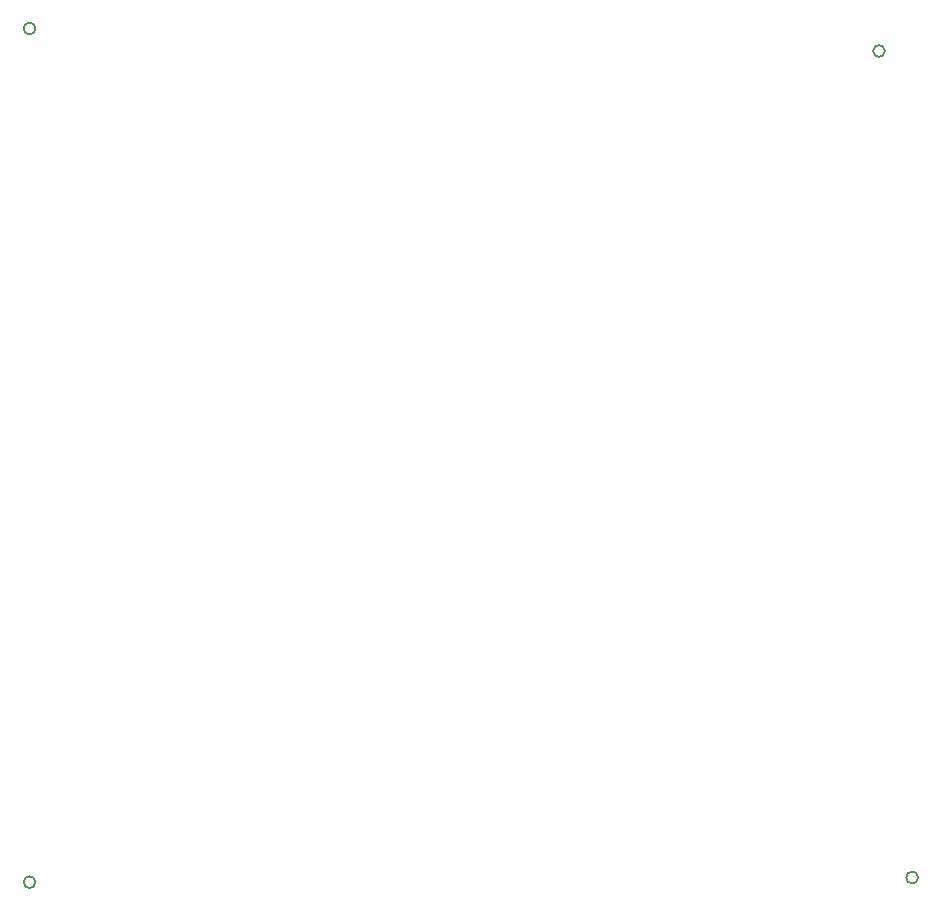
<source format=gm1>
G04*
G04 #@! TF.GenerationSoftware,Altium Limited,Altium Designer,23.7.1 (13)*
G04*
G04 Layer_Color=16711935*
%FSLAX44Y44*%
%MOMM*%
G71*
G04*
G04 #@! TF.SameCoordinates,565FC65D-8D52-4A7D-9B4B-E9A53F5C2DB2*
G04*
G04*
G04 #@! TF.FilePolarity,Positive*
G04*
G01*
G75*
%ADD21C,0.2000*%
D21*
X792250Y-60000D02*
G03*
X792250Y-60000I-5000J0D01*
G01*
D02*
G03*
X792250Y-60000I-5000J0D01*
G01*
X45000Y-64000D02*
G03*
X45000Y-64000I-5000J0D01*
G01*
D02*
G03*
X45000Y-64000I-5000J0D01*
G01*
Y658750D02*
G03*
X45000Y658750I-5000J0D01*
G01*
D02*
G03*
X45000Y658750I-5000J0D01*
G01*
X764250Y639750D02*
G03*
X764250Y639750I-5000J0D01*
G01*
D02*
G03*
X764250Y639750I-5000J0D01*
G01*
M02*

</source>
